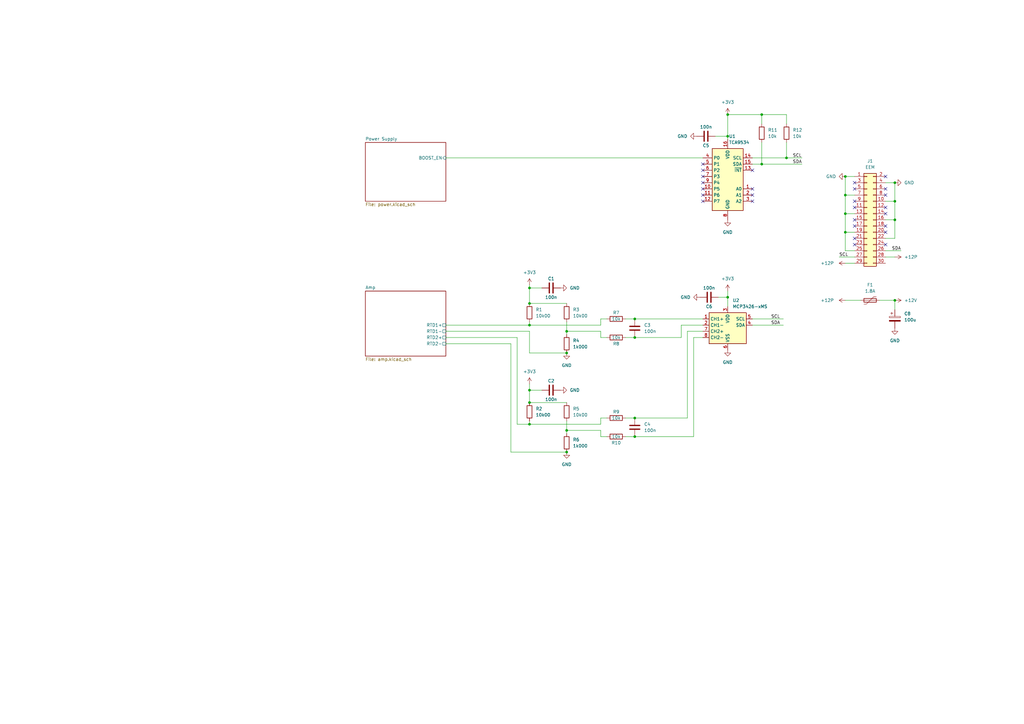
<source format=kicad_sch>
(kicad_sch (version 20211123) (generator eeschema)
  (paper "A3")
  (title_block (title "Usilitel") (date "2022-07-12") (rev "0.1") (company "M-Labs") (comment 1 "Wideband power amplifier") (comment 3 "a.k.a. topquark12") (comment 4 "Alex Wong Tat Hang"))
  (lib_symbols
    (symbol "Analog_ADC:MCP3426-xMS"
      (property "Reference" "U" (at -3.81 8.89 0))
      (property "Value" "MCP3426-xMS" (at 2.54 8.89 0))
      (symbol "MCP3426-xMS_0_1"
        (rectangle (start -7.62 7.62) (end 7.62 -5.08) (stroke (width 0.254)) (fill (type background)))
      )
      (symbol "MCP3426-xMS_1_1"
        (pin input line (at -10.16 5.08 0) (length 2.54) (name "CH1+") (number "1"))
        (pin input line (at -10.16 2.54 0) (length 2.54) (name "CH1-") (number "2"))
        (pin power_in line (at 0 10.16 270) (length 2.54) (name "VDD") (number "3"))
        (pin bidirectional line (at 10.16 2.54 180) (length 2.54) (name "SDA") (number "4"))
        (pin input line (at 10.16 5.08 180) (length 2.54) (name "SCL") (number "5"))
        (pin power_in line (at 0 -7.62 90) (length 2.54) (name "VSS") (number "6"))
        (pin input line (at -10.16 0 0) (length 2.54) (name "CH2+") (number "7"))
        (pin input line (at -10.16 -2.54 0) (length 2.54) (name "CH2-") (number "8"))
      )
    )
    (symbol "Connector_Generic:Conn_02x15_Odd_Even" (pin_names (offset 1.016) hide)
      (property "Reference" "J" (at 1.27 20.32 0))
      (property "Value" "Conn_02x15_Odd_Even" (at 1.27 -20.32 0))
      (symbol "Conn_02x15_Odd_Even_1_1"
        (rectangle (start -1.27 -17.653) (end 0 -17.907) (stroke (width 0.1524)))
        (rectangle (start -1.27 -15.113) (end 0 -15.367) (stroke (width 0.1524)))
        (rectangle (start -1.27 -12.573) (end 0 -12.827) (stroke (width 0.1524)))
        (rectangle (start -1.27 -10.033) (end 0 -10.287) (stroke (width 0.1524)))
        (rectangle (start -1.27 -7.493) (end 0 -7.747) (stroke (width 0.1524)))
        (rectangle (start -1.27 -4.953) (end 0 -5.207) (stroke (width 0.1524)))
        (rectangle (start -1.27 -2.413) (end 0 -2.667) (stroke (width 0.1524)))
        (rectangle (start -1.27 0.127) (end 0 -0.127) (stroke (width 0.1524)))
        (rectangle (start -1.27 2.667) (end 0 2.413) (stroke (width 0.1524)))
        (rectangle (start -1.27 5.207) (end 0 4.953) (stroke (width 0.1524)))
        (rectangle (start -1.27 7.747) (end 0 7.493) (stroke (width 0.1524)))
        (rectangle (start -1.27 10.287) (end 0 10.033) (stroke (width 0.1524)))
        (rectangle (start -1.27 12.827) (end 0 12.573) (stroke (width 0.1524)))
        (rectangle (start -1.27 15.367) (end 0 15.113) (stroke (width 0.1524)))
        (rectangle (start -1.27 17.907) (end 0 17.653) (stroke (width 0.1524)))
        (rectangle (start -1.27 19.05) (end 3.81 -19.05) (stroke (width 0.254)) (fill (type background)))
        (rectangle (start 3.81 -17.653) (end 2.54 -17.907) (stroke (width 0.1524)))
        (rectangle (start 3.81 -15.113) (end 2.54 -15.367) (stroke (width 0.1524)))
        (rectangle (start 3.81 -12.573) (end 2.54 -12.827) (stroke (width 0.1524)))
        (rectangle (start 3.81 -10.033) (end 2.54 -10.287) (stroke (width 0.1524)))
        (rectangle (start 3.81 -7.493) (end 2.54 -7.747) (stroke (width 0.1524)))
        (rectangle (start 3.81 -4.953) (end 2.54 -5.207) (stroke (width 0.1524)))
        (rectangle (start 3.81 -2.413) (end 2.54 -2.667) (stroke (width 0.1524)))
        (rectangle (start 3.81 0.127) (end 2.54 -0.127) (stroke (width 0.1524)))
        (rectangle (start 3.81 2.667) (end 2.54 2.413) (stroke (width 0.1524)))
        (rectangle (start 3.81 5.207) (end 2.54 4.953) (stroke (width 0.1524)))
        (rectangle (start 3.81 7.747) (end 2.54 7.493) (stroke (width 0.1524)))
        (rectangle (start 3.81 10.287) (end 2.54 10.033) (stroke (width 0.1524)))
        (rectangle (start 3.81 12.827) (end 2.54 12.573) (stroke (width 0.1524)))
        (rectangle (start 3.81 15.367) (end 2.54 15.113) (stroke (width 0.1524)))
        (rectangle (start 3.81 17.907) (end 2.54 17.653) (stroke (width 0.1524)))
        (pin passive line (at -5.08 17.78 0) (length 3.81) (name "Pin_1") (number "1"))
        (pin passive line (at 7.62 7.62 180) (length 3.81) (name "Pin_10") (number "10"))
        (pin passive line (at -5.08 5.08 0) (length 3.81) (name "Pin_11") (number "11"))
        (pin passive line (at 7.62 5.08 180) (length 3.81) (name "Pin_12") (number "12"))
        (pin passive line (at -5.08 2.54 0) (length 3.81) (name "Pin_13") (number "13"))
        (pin passive line (at 7.62 2.54 180) (length 3.81) (name "Pin_14") (number "14"))
        (pin passive line (at -5.08 0 0) (length 3.81) (name "Pin_15") (number "15"))
        (pin passive line (at 7.62 0 180) (length 3.81) (name "Pin_16") (number "16"))
        (pin passive line (at -5.08 -2.54 0) (length 3.81) (name "Pin_17") (number "17"))
        (pin passive line (at 7.62 -2.54 180) (length 3.81) (name "Pin_18") (number "18"))
        (pin passive line (at -5.08 -5.08 0) (length 3.81) (name "Pin_19") (number "19"))
        (pin passive line (at 7.62 17.78 180) (length 3.81) (name "Pin_2") (number "2"))
        (pin passive line (at 7.62 -5.08 180) (length 3.81) (name "Pin_20") (number "20"))
        (pin passive line (at -5.08 -7.62 0) (length 3.81) (name "Pin_21") (number "21"))
        (pin passive line (at 7.62 -7.62 180) (length 3.81) (name "Pin_22") (number "22"))
        (pin passive line (at -5.08 -10.16 0) (length 3.81) (name "Pin_23") (number "23"))
        (pin passive line (at 7.62 -10.16 180) (length 3.81) (name "Pin_24") (number "24"))
        (pin passive line (at -5.08 -12.7 0) (length 3.81) (name "Pin_25") (number "25"))
        (pin passive line (at 7.62 -12.7 180) (length 3.81) (name "Pin_26") (number "26"))
        (pin passive line (at -5.08 -15.24 0) (length 3.81) (name "Pin_27") (number "27"))
        (pin passive line (at 7.62 -15.24 180) (length 3.81) (name "Pin_28") (number "28"))
        (pin passive line (at -5.08 -17.78 0) (length 3.81) (name "Pin_29") (number "29"))
        (pin passive line (at -5.08 15.24 0) (length 3.81) (name "Pin_3") (number "3"))
        (pin passive line (at 7.62 -17.78 180) (length 3.81) (name "Pin_30") (number "30"))
        (pin passive line (at 7.62 15.24 180) (length 3.81) (name "Pin_4") (number "4"))
        (pin passive line (at -5.08 12.7 0) (length 3.81) (name "Pin_5") (number "5"))
        (pin passive line (at 7.62 12.7 180) (length 3.81) (name "Pin_6") (number "6"))
        (pin passive line (at -5.08 10.16 0) (length 3.81) (name "Pin_7") (number "7"))
        (pin passive line (at 7.62 10.16 180) (length 3.81) (name "Pin_8") (number "8"))
        (pin passive line (at -5.08 7.62 0) (length 3.81) (name "Pin_9") (number "9"))
      )
    )
    (symbol "Device:C" (pin_numbers hide) (pin_names (offset 0.254))
      (property "Reference" "C" (at 0.635 2.54 0))
      (property "Value" "C" (at 0.635 -2.54 0))
      (symbol "C_0_1"
        (polyline (pts (xy -2.032 -0.762) (xy 2.032 -0.762)) (stroke (width 0.508)))
        (polyline (pts (xy -2.032 0.762) (xy 2.032 0.762)) (stroke (width 0.508)))
      )
      (symbol "C_1_1"
        (pin passive line (at 0 3.81 270) (length 2.794) (name "~") (number "1"))
        (pin passive line (at 0 -3.81 90) (length 2.794) (name "~") (number "2"))
      )
    )
    (symbol "Device:C_Polarized" (pin_numbers hide) (pin_names (offset 0.254))
      (property "Reference" "C" (at 0.635 2.54 0))
      (property "Value" "C_Polarized" (at 0.635 -2.54 0))
      (symbol "C_Polarized_0_1"
        (rectangle (start -2.286 0.508) (end 2.286 1.016))
        (polyline (pts (xy -1.778 2.286) (xy -0.762 2.286)))
        (polyline (pts (xy -1.27 2.794) (xy -1.27 1.778)))
        (rectangle (start 2.286 -0.508) (end -2.286 -1.016) (fill (type outline)))
      )
      (symbol "C_Polarized_1_1"
        (pin passive line (at 0 3.81 270) (length 2.794) (name "~") (number "1"))
        (pin passive line (at 0 -3.81 90) (length 2.794) (name "~") (number "2"))
      )
    )
    (symbol "Device:Polyfuse" (pin_numbers hide) (pin_names (offset 0))
      (property "Reference" "F" (at -2.54 0 90))
      (property "Value" "Polyfuse" (at 2.54 0 90))
      (symbol "Polyfuse_0_1"
        (rectangle (start -0.762 2.54) (end 0.762 -2.54) (stroke (width 0.254)))
        (polyline (pts (xy 0 2.54) (xy 0 -2.54)))
        (polyline (pts (xy -1.524 2.54) (xy -1.524 1.524) (xy 1.524 -1.524) (xy 1.524 -2.54)))
      )
      (symbol "Polyfuse_1_1"
        (pin passive line (at 0 3.81 270) (length 1.27) (name "~") (number "1"))
        (pin passive line (at 0 -3.81 90) (length 1.27) (name "~") (number "2"))
      )
    )
    (symbol "Device:R" (pin_numbers hide) (pin_names (offset 0))
      (property "Reference" "R" (at 2.032 0 90))
      (property "Value" "R" (at 0 0 90))
      (symbol "R_0_1"
        (rectangle (start -1.016 -2.54) (end 1.016 2.54) (stroke (width 0.254)))
      )
      (symbol "R_1_1"
        (pin passive line (at 0 3.81 270) (length 1.27) (name "~") (number "1"))
        (pin passive line (at 0 -3.81 90) (length 1.27) (name "~") (number "2"))
      )
    )
    (symbol "Interface_Expansion:TCA9534"
      (property "Reference" "U" (at -6.35 12.7 0))
      (property "Value" "TCA9534" (at 2.54 12.7 0))
      (symbol "TCA9534_0_1"
        (rectangle (start -6.35 -13.97) (end 6.35 11.43) (stroke (width 0.254)) (fill (type background)))
      )
      (symbol "TCA9534_1_1"
        (pin input line (at -10.16 -5.08 0) (length 3.81) (name "A0") (number "1"))
        (pin bidirectional line (at 10.16 -5.08 180) (length 3.81) (name "P5") (number "10"))
        (pin bidirectional line (at 10.16 -7.62 180) (length 3.81) (name "P6") (number "11"))
        (pin bidirectional line (at 10.16 -10.16 180) (length 3.81) (name "P7") (number "12"))
        (pin open_collector line (at -10.16 2.54 0) (length 3.81) (name "~{INT}") (number "13"))
        (pin input line (at -10.16 7.62 0) (length 3.81) (name "SCL") (number "14"))
        (pin bidirectional line (at -10.16 5.08 0) (length 3.81) (name "SDA") (number "15"))
        (pin power_in line (at 0 15.24 270) (length 3.81) (name "VDD") (number "16"))
        (pin input line (at -10.16 -7.62 0) (length 3.81) (name "A1") (number "2"))
        (pin input line (at -10.16 -10.16 0) (length 3.81) (name "A2") (number "3"))
        (pin bidirectional line (at 10.16 7.62 180) (length 3.81) (name "P0") (number "4"))
        (pin bidirectional line (at 10.16 5.08 180) (length 3.81) (name "P1") (number "5"))
        (pin bidirectional line (at 10.16 2.54 180) (length 3.81) (name "P2") (number "6"))
        (pin bidirectional line (at 10.16 0 180) (length 3.81) (name "P3") (number "7"))
        (pin power_in line (at 0 -17.78 90) (length 3.81) (name "GND") (number "8"))
        (pin bidirectional line (at 10.16 -2.54 180) (length 3.81) (name "P4") (number "9"))
      )
    )
    (symbol "power:+12P" (power) (pin_names (offset 0))
      (property "Value" "+12P" (at 0 3.556 0))
      (symbol "+12P_0_1"
        (polyline (pts (xy -0.762 1.27) (xy 0 2.54)))
        (polyline (pts (xy 0 0) (xy 0 2.54)))
        (polyline (pts (xy 0 2.54) (xy 0.762 1.27)))
      )
      (symbol "+12P_1_1"
        (pin power_in line (at 0 0 90) (length 0) hide (name "+12P") (number "1"))
      )
    )
    (symbol "power:+12V" (power) (pin_names (offset 0))
      (property "Value" "+12V" (at 0 3.556 0))
      (symbol "+12V_0_1"
        (polyline (pts (xy -0.762 1.27) (xy 0 2.54)))
        (polyline (pts (xy 0 0) (xy 0 2.54)))
        (polyline (pts (xy 0 2.54) (xy 0.762 1.27)))
      )
      (symbol "+12V_1_1"
        (pin power_in line (at 0 0 90) (length 0) hide (name "+12V") (number "1"))
      )
    )
    (symbol "power:+3V3" (power) (pin_names (offset 0))
      (property "Value" "+3V3" (at 0 3.556 0))
      (symbol "+3V3_0_1"
        (polyline (pts (xy -0.762 1.27) (xy 0 2.54)))
        (polyline (pts (xy 0 0) (xy 0 2.54)))
        (polyline (pts (xy 0 2.54) (xy 0.762 1.27)))
      )
      (symbol "+3V3_1_1"
        (pin power_in line (at 0 0 90) (length 0) hide (name "+3V3") (number "1"))
      )
    )
    (symbol "power:GND" (power) (pin_names (offset 0))
      (property "Value" "GND" (at 0 -3.81 0))
      (symbol "GND_0_1"
        (polyline (pts (xy 0 0) (xy 0 -1.27) (xy 1.27 -1.27) (xy 0 -2.54) (xy -1.27 -1.27) (xy 0 -1.27)))
      )
      (symbol "GND_1_1"
        (pin power_in line (at 0 0 270) (length 0) hide (name "GND") (number "1"))
      )
    )
  )
  (junction (at 217.17 118.11))
  (junction (at 217.17 133.35))
  (junction (at 298.45 46.99))
  (junction (at 322.58 64.77))
  (junction (at 260.35 130.81))
  (junction (at 260.35 171.45))
  (junction (at 367.03 74.93))
  (junction (at 346.71 87.63))
  (junction (at 298.45 55.88))
  (junction (at 346.71 95.25))
  (junction (at 217.17 173.99))
  (junction (at 312.42 67.31))
  (junction (at 232.41 144.78))
  (junction (at 217.17 160.02))
  (junction (at 232.41 135.89))
  (junction (at 346.71 80.01))
  (junction (at 217.17 165.1))
  (junction (at 312.42 46.99))
  (junction (at 232.41 176.53))
  (junction (at 367.03 123.19))
  (junction (at 232.41 185.42))
  (junction (at 367.03 82.55))
  (junction (at 217.17 124.46))
  (junction (at 260.35 179.07))
  (junction (at 260.35 138.43))
  (junction (at 298.45 121.92))
  (junction (at 346.71 72.39))
  (junction (at 367.03 90.17))
  (no_connect (at 363.22 80.01))
  (no_connect (at 350.52 82.55))
  (no_connect (at 350.52 90.17))
  (no_connect (at 350.52 92.71))
  (no_connect (at 350.52 97.79))
  (no_connect (at 350.52 100.33))
  (no_connect (at 350.52 74.93))
  (no_connect (at 350.52 77.47))
  (no_connect (at 363.22 72.39))
  (no_connect (at 363.22 77.47))
  (no_connect (at 350.52 85.09))
  (no_connect (at 363.22 87.63))
  (no_connect (at 363.22 85.09))
  (no_connect (at 363.22 95.25))
  (no_connect (at 363.22 92.71))
  (no_connect (at 363.22 100.33))
  (no_connect (at 308.61 77.47))
  (no_connect (at 308.61 80.01))
  (no_connect (at 308.61 82.55))
  (no_connect (at 308.61 69.85))
  (no_connect (at 288.29 74.93))
  (no_connect (at 288.29 77.47))
  (no_connect (at 288.29 80.01))
  (no_connect (at 288.29 82.55))
  (no_connect (at 288.29 72.39))
  (no_connect (at 288.29 69.85))
  (no_connect (at 288.29 67.31))
  (wire (pts (xy 363.22 90.17) (xy 367.03 90.17)))
  (wire (pts (xy 312.42 58.42) (xy 312.42 67.31)))
  (wire (pts (xy 293.37 55.88) (xy 298.45 55.88)))
  (wire (pts (xy 312.42 67.31) (xy 328.93 67.31)))
  (wire (pts (xy 246.38 133.35) (xy 217.17 133.35)))
  (wire (pts (xy 217.17 160.02) (xy 222.25 160.02)))
  (wire (pts (xy 246.38 138.43) (xy 248.92 138.43)))
  (wire (pts (xy 217.17 157.48) (xy 217.17 160.02)))
  (wire (pts (xy 217.17 118.11) (xy 222.25 118.11)))
  (wire (pts (xy 217.17 135.89) (xy 217.17 144.78)))
  (wire (pts (xy 346.71 107.95) (xy 350.52 107.95)))
  (wire (pts (xy 308.61 130.81) (xy 321.31 130.81)))
  (wire (pts (xy 246.38 171.45) (xy 248.92 171.45)))
  (wire (pts (xy 279.4 138.43) (xy 279.4 133.35)))
  (wire (pts (xy 298.45 55.88) (xy 298.45 57.15)))
  (wire (pts (xy 212.09 138.43) (xy 212.09 173.99)))
  (wire (pts (xy 246.38 179.07) (xy 248.92 179.07)))
  (wire (pts (xy 346.71 72.39) (xy 350.52 72.39)))
  (wire (pts (xy 246.38 135.89) (xy 246.38 138.43)))
  (wire (pts (xy 246.38 171.45) (xy 246.38 173.99)))
  (wire (pts (xy 217.17 133.35) (xy 217.17 132.08)))
  (wire (pts (xy 246.38 176.53) (xy 246.38 179.07)))
  (wire (pts (xy 260.35 171.45) (xy 281.94 171.45)))
  (wire (pts (xy 346.71 80.01) (xy 346.71 72.39)))
  (wire (pts (xy 312.42 46.99) (xy 322.58 46.99)))
  (wire (pts (xy 298.45 121.92) (xy 298.45 125.73)))
  (wire (pts (xy 182.88 138.43) (xy 212.09 138.43)))
  (wire (pts (xy 260.35 138.43) (xy 279.4 138.43)))
  (wire (pts (xy 232.41 135.89) (xy 246.38 135.89)))
  (wire (pts (xy 346.71 102.87) (xy 346.71 95.25)))
  (wire (pts (xy 350.52 102.87) (xy 346.71 102.87)))
  (wire (pts (xy 256.54 171.45) (xy 260.35 171.45)))
  (wire (pts (xy 346.71 87.63) (xy 346.71 80.01)))
  (wire (pts (xy 256.54 179.07) (xy 260.35 179.07)))
  (wire (pts (xy 217.17 173.99) (xy 217.17 172.72)))
  (wire (pts (xy 212.09 173.99) (xy 217.17 173.99)))
  (wire (pts (xy 279.4 133.35) (xy 288.29 133.35)))
  (wire (pts (xy 346.71 95.25) (xy 346.71 87.63)))
  (wire (pts (xy 298.45 46.99) (xy 312.42 46.99)))
  (wire (pts (xy 284.48 138.43) (xy 288.29 138.43)))
  (wire (pts (xy 363.22 82.55) (xy 367.03 82.55)))
  (wire (pts (xy 308.61 64.77) (xy 322.58 64.77)))
  (wire (pts (xy 298.45 46.99) (xy 298.45 55.88)))
  (wire (pts (xy 256.54 138.43) (xy 260.35 138.43)))
  (wire (pts (xy 246.38 130.81) (xy 248.92 130.81)))
  (wire (pts (xy 350.52 95.25) (xy 346.71 95.25)))
  (wire (pts (xy 367.03 82.55) (xy 367.03 74.93)))
  (wire (pts (xy 322.58 64.77) (xy 328.93 64.77)))
  (wire (pts (xy 182.88 133.35) (xy 217.17 133.35)))
  (wire (pts (xy 360.68 123.19) (xy 367.03 123.19)))
  (wire (pts (xy 308.61 133.35) (xy 321.31 133.35)))
  (wire (pts (xy 232.41 176.53) (xy 246.38 176.53)))
  (wire (pts (xy 308.61 67.31) (xy 312.42 67.31)))
  (wire (pts (xy 182.88 140.97) (xy 209.55 140.97)))
  (wire (pts (xy 217.17 165.1) (xy 232.41 165.1)))
  (wire (pts (xy 281.94 171.45) (xy 281.94 135.89)))
  (wire (pts (xy 281.94 135.89) (xy 288.29 135.89)))
  (wire (pts (xy 256.54 130.81) (xy 260.35 130.81)))
  (wire (pts (xy 298.45 119.38) (xy 298.45 121.92)))
  (wire (pts (xy 217.17 118.11) (xy 217.17 124.46)))
  (wire (pts (xy 232.41 135.89) (xy 232.41 137.16)))
  (wire (pts (xy 363.22 74.93) (xy 367.03 74.93)))
  (wire (pts (xy 246.38 130.81) (xy 246.38 133.35)))
  (wire (pts (xy 350.52 80.01) (xy 346.71 80.01)))
  (wire (pts (xy 363.22 97.79) (xy 367.03 97.79)))
  (wire (pts (xy 209.55 185.42) (xy 232.41 185.42)))
  (wire (pts (xy 260.35 179.07) (xy 284.48 179.07)))
  (wire (pts (xy 260.35 130.81) (xy 288.29 130.81)))
  (wire (pts (xy 312.42 46.99) (xy 312.42 50.8)))
  (wire (pts (xy 294.64 121.92) (xy 298.45 121.92)))
  (wire (pts (xy 246.38 173.99) (xy 217.17 173.99)))
  (wire (pts (xy 344.17 105.41) (xy 350.52 105.41)))
  (wire (pts (xy 232.41 172.72) (xy 232.41 176.53)))
  (wire (pts (xy 363.22 102.87) (xy 369.57 102.87)))
  (wire (pts (xy 217.17 160.02) (xy 217.17 165.1)))
  (wire (pts (xy 350.52 87.63) (xy 346.71 87.63)))
  (wire (pts (xy 322.58 58.42) (xy 322.58 64.77)))
  (wire (pts (xy 363.22 105.41) (xy 367.03 105.41)))
  (wire (pts (xy 209.55 140.97) (xy 209.55 185.42)))
  (wire (pts (xy 182.88 135.89) (xy 217.17 135.89)))
  (wire (pts (xy 284.48 179.07) (xy 284.48 138.43)))
  (wire (pts (xy 232.41 132.08) (xy 232.41 135.89)))
  (wire (pts (xy 182.88 64.77) (xy 288.29 64.77)))
  (wire (pts (xy 367.03 97.79) (xy 367.03 90.17)))
  (wire (pts (xy 367.03 90.17) (xy 367.03 82.55)))
  (wire (pts (xy 232.41 176.53) (xy 232.41 177.8)))
  (wire (pts (xy 217.17 124.46) (xy 232.41 124.46)))
  (wire (pts (xy 367.03 123.19) (xy 367.03 127)))
  (wire (pts (xy 217.17 144.78) (xy 232.41 144.78)))
  (wire (pts (xy 322.58 46.99) (xy 322.58 50.8)))
  (wire (pts (xy 346.71 123.19) (xy 353.06 123.19)))
  (wire (pts (xy 217.17 116.84) (xy 217.17 118.11)))
  (label "SDA" (at 316.23 133.35 0))
  (label "SDA" (at 365.76 102.87 0))
  (label "SCL" (at 325.12 64.77 0))
  (label "SCL" (at 344.17 105.41 0))
  (label "SDA" (at 325.12 67.31 0))
  (label "SCL" (at 316.23 130.81 0))
  (symbol (lib_id "Device:C") (at 289.56 55.88 90) (unit 1)
    (property "Reference" "C5" (at 289.56 59.69 90))
    (property "Value" "100n" (at 289.56 52.07 90))
    (property "Footprint" "Capacitor_SMD:C_0603_1608Metric" (effects hide))
    (property "MFR_PN" "CL10B104KB8NNNL" (effects hide))
    (property "MFR_PN_ALT" "CL10B104KB8NNWC" (effects hide))
  )
  (symbol (lib_id "power:GND") (at 287.02 121.92 270) (unit 1)
    (property "Reference" "#PWR08" (effects hide))
    (property "Value" "GND" (at 283.21 121.9199 90) (effects (justify right)))
  )
  (symbol (lib_id "power:+12P") (at 367.03 105.41 270) (unit 1)
    (property "Reference" "#PWR020" (effects hide))
    (property "Value" "+12P" (at 370.84 105.4099 90) (effects (justify left)))
  )
  (symbol (lib_id "Connector_Generic:Conn_02x15_Odd_Even") (at 355.6 90.17 0) (unit 1)
    (property "Reference" "J1" (at 356.87 66.04 0))
    (property "Value" "EEM" (at 356.87 68.58 0))
    (property "Footprint" "Connector_IDC:IDC-Header_2x15_P2.54mm_Vertical" (effects hide))
    (property "MFR_PN" "N2530-6V0C-RB-WF" (effects hide))
    (property "MFR_PN_ALT" "N2530-6002-RB" (effects hide))
  )
  (symbol (lib_id "Device:Polyfuse") (at 356.87 123.19 90) (unit 1)
    (property "Reference" "F1" (at 356.87 116.84 90))
    (property "Value" "1.8A" (at 356.87 119.38 90))
    (property "Footprint" "Fuse:Fuse_Bourns_MF-SM_9.5x6.71mm" (effects hide))
    (property "MFR_PN" "MF-SM185/33-2" (effects hide))
    (property "MFR_PN_ALT" "SMD185F-2" (effects hide))
  )
  (symbol (lib_id "Device:R") (at 252.73 138.43 90) (unit 1)
    (property "Reference" "R8" (at 252.73 140.97 90))
    (property "Value" "10k" (at 252.73 138.43 90))
    (property "Footprint" "Resistor_SMD:R_0603_1608Metric" (effects hide))
    (property "MFR_PN" "RNCP0603FTD10K0" (effects hide))
    (property "MFR_PN_ALT" "MCT06030C1002FP500" (effects hide))
  )
  (symbol (lib_id "Device:C") (at 226.06 118.11 270) (unit 1)
    (property "Reference" "C1" (at 226.06 114.3 90))
    (property "Value" "100n" (at 226.06 121.92 90))
    (property "Footprint" "Capacitor_SMD:C_0603_1608Metric" (effects hide))
    (property "MFR_PN" "CL10B104KB8NNNL" (effects hide))
    (property "MFR_PN_ALT" "CL10B104KB8NNWC" (effects hide))
  )
  (symbol (lib_id "power:GND") (at 367.03 134.62 0) (unit 1)
    (property "Reference" "#PWR022" (effects hide))
    (property "Value" "GND" (at 367.03 139.7 0))
  )
  (symbol (lib_id "power:+3V3") (at 217.17 116.84 0) (unit 1)
    (property "Reference" "#PWR01" (effects hide))
    (property "Value" "+3V3" (at 217.17 111.76 0))
  )
  (symbol (lib_id "power:GND") (at 298.45 90.17 0) (unit 1)
    (property "Reference" "#PWR010" (effects hide))
    (property "Value" "GND" (at 298.45 95.25 0))
  )
  (symbol (lib_id "Device:C_Polarized") (at 367.03 130.81 0) (unit 1)
    (property "Reference" "C8" (at 370.84 128.6509 0) (effects (justify left)))
    (property "Value" "100u" (at 370.84 131.1909 0) (effects (justify left)))
    (property "Footprint" "Capacitor_Tantalum_SMD:CP_EIA-7343-30_AVX-N" (effects hide))
    (property "MFR_PN" "TCJD107M025R0055" (effects hide))
    (property "MFR_PN_ALT" "TCJD107M025R0055E" (effects hide))
  )
  (symbol (lib_id "Device:C") (at 260.35 175.26 0) (unit 1)
    (property "Reference" "C4" (at 264.16 173.9899 0) (effects (justify left)))
    (property "Value" "100n" (at 264.16 176.5299 0) (effects (justify left)))
    (property "Footprint" "Capacitor_SMD:C_0603_1608Metric" (effects hide))
    (property "MFR_PN" "CL10B104KB8NNNL" (effects hide))
    (property "MFR_PN_ALT" "CL10B104KB8NNWC" (effects hide))
  )
  (symbol (lib_id "power:GND") (at 229.87 160.02 90) (unit 1)
    (property "Reference" "#PWR04" (effects hide))
    (property "Value" "GND" (at 233.68 160.0201 90) (effects (justify right)))
  )
  (symbol (lib_id "power:+12P") (at 346.71 123.19 90) (unit 1)
    (property "Reference" "#PWR016" (effects hide))
    (property "Value" "+12P" (at 336.55 123.19 90) (effects (justify right)))
  )
  (symbol (lib_id "Device:R") (at 252.73 171.45 90) (unit 1)
    (property "Reference" "R9" (at 252.73 168.91 90))
    (property "Value" "10k" (at 252.73 171.45 90))
    (property "Footprint" "Resistor_SMD:R_0603_1608Metric" (effects hide))
    (property "MFR_PN" "RNCP0603FTD10K0" (effects hide))
    (property "MFR_PN_ALT" "MCT06030C1002FP500" (effects hide))
  )
  (symbol (lib_id "Interface_Expansion:TCA9534") (at 298.45 72.39 0) (mirror y) (unit 1)
    (property "Reference" "U1" (at 298.9706 55.88 0) (effects (justify right)))
    (property "Value" "TCA9534" (at 298.9706 58.42 0) (effects (justify right)))
    (property "Footprint" "Package_SO:SOIC-16W_7.5x10.3mm_P1.27mm" (effects hide))
    (property "Datasheet" "http://www.ti.com/lit/ds/symlink/tca9534.pdf" (effects hide))
    (property "MFR_PN" "TCA9534DWT" (effects hide))
    (property "MFR_PN_ALT" "TCA9534DWR" (effects hide))
  )
  (symbol (lib_id "Device:R") (at 312.42 54.61 0) (unit 1)
    (property "Reference" "R11" (at 314.96 53.3399 0) (effects (justify left)))
    (property "Value" "10k" (at 314.96 55.8799 0) (effects (justify left)))
    (property "Footprint" "Resistor_SMD:R_0603_1608Metric" (effects hide))
    (property "MFR_PN" "RNCP0603FTD10K0" (effects hide))
    (property "MFR_PN_ALT" "MCT06030C1002FP500" (effects hide))
  )
  (symbol (lib_id "Device:R") (at 217.17 128.27 0) (unit 1)
    (property "Reference" "R1" (at 219.71 126.9999 0) (effects (justify left)))
    (property "Value" "10k00" (at 219.71 129.5399 0) (effects (justify left)))
    (property "Footprint" "Resistor_SMD:R_0603_1608Metric" (effects hide))
    (property "MFR_PN" "CRT0603-BY-1002ELF" (effects hide))
    (property "MFR_PN_ALT" "RN73H1JTTD1002B25" (effects hide))
  )
  (symbol (lib_id "Device:R") (at 232.41 181.61 0) (unit 1)
    (property "Reference" "R6" (at 234.95 180.3399 0) (effects (justify left)))
    (property "Value" "1k000" (at 234.95 182.8799 0) (effects (justify left)))
    (property "Footprint" "Resistor_SMD:R_0603_1608Metric" (effects hide))
    (property "MFR_PN" "RT0603BRD071KL" (effects hide))
    (property "MFR_PN_ALT" "TNPW06031K00BEEA" (effects hide))
  )
  (symbol (lib_id "Device:R") (at 232.41 128.27 0) (unit 1)
    (property "Reference" "R3" (at 234.95 126.9999 0) (effects (justify left)))
    (property "Value" "10k00" (at 234.95 129.5399 0) (effects (justify left)))
    (property "Footprint" "Resistor_SMD:R_0603_1608Metric" (effects hide))
    (property "MFR_PN" "CRT0603-BY-1002ELF" (effects hide))
    (property "MFR_PN_ALT" "RN73H1JTTD1002B25" (effects hide))
  )
  (symbol (lib_id "power:+3V3") (at 298.45 46.99 0) (unit 1)
    (property "Reference" "#PWR09" (effects hide))
    (property "Value" "+3V3" (at 298.45 41.91 0))
  )
  (symbol (lib_id "power:GND") (at 229.87 118.11 90) (unit 1)
    (property "Reference" "#PWR03" (effects hide))
    (property "Value" "GND" (at 233.68 118.1101 90) (effects (justify right)))
  )
  (symbol (lib_id "Device:C") (at 226.06 160.02 270) (unit 1)
    (property "Reference" "C2" (at 226.06 156.21 90))
    (property "Value" "100n" (at 226.06 163.83 90))
    (property "Footprint" "Capacitor_SMD:C_0603_1608Metric" (effects hide))
    (property "MFR_PN" "CL10B104KB8NNNL" (effects hide))
    (property "MFR_PN_ALT" "CL10B104KB8NNWC" (effects hide))
  )
  (symbol (lib_id "power:GND") (at 232.41 144.78 0) (unit 1)
    (property "Reference" "#PWR05" (effects hide))
    (property "Value" "GND" (at 232.41 149.86 0))
  )
  (symbol (lib_id "Device:R") (at 232.41 140.97 0) (unit 1)
    (property "Reference" "R4" (at 234.95 139.6999 0) (effects (justify left)))
    (property "Value" "1k000" (at 234.95 142.2399 0) (effects (justify left)))
    (property "Footprint" "Resistor_SMD:R_0603_1608Metric" (effects hide))
    (property "MFR_PN" "RT0603BRD071KL" (effects hide))
    (property "MFR_PN_ALT" "TNPW06031K00BEEA" (effects hide))
  )
  (symbol (lib_id "power:GND") (at 367.03 74.93 90) (unit 1)
    (property "Reference" "#PWR019" (effects hide))
    (property "Value" "GND" (at 370.84 74.9299 90) (effects (justify right)))
  )
  (symbol (lib_id "power:GND") (at 298.45 143.51 0) (unit 1)
    (property "Reference" "#PWR012" (effects hide))
    (property "Value" "GND" (at 298.45 148.59 0))
  )
  (symbol (lib_id "power:+3V3") (at 217.17 157.48 0) (unit 1)
    (property "Reference" "#PWR02" (effects hide))
    (property "Value" "+3V3" (at 217.17 152.4 0))
  )
  (symbol (lib_id "power:GND") (at 232.41 185.42 0) (unit 1)
    (property "Reference" "#PWR06" (effects hide))
    (property "Value" "GND" (at 232.41 190.5 0))
  )
  (symbol (lib_id "Device:R") (at 232.41 168.91 0) (unit 1)
    (property "Reference" "R5" (at 234.95 167.6399 0) (effects (justify left)))
    (property "Value" "10k00" (at 234.95 170.1799 0) (effects (justify left)))
    (property "Footprint" "Resistor_SMD:R_0603_1608Metric" (effects hide))
    (property "MFR_PN" "CRT0603-BY-1002ELF" (effects hide))
    (property "MFR_PN_ALT" "RN73H1JTTD1002B25" (effects hide))
  )
  (symbol (lib_id "Device:R") (at 322.58 54.61 0) (unit 1)
    (property "Reference" "R12" (at 325.12 53.3399 0) (effects (justify left)))
    (property "Value" "10k" (at 325.12 55.8799 0) (effects (justify left)))
    (property "Footprint" "Resistor_SMD:R_0603_1608Metric" (effects hide))
    (property "MFR_PN" "RNCP0603FTD10K0" (effects hide))
    (property "MFR_PN_ALT" "MCT06030C1002FP500" (effects hide))
  )
  (symbol (lib_id "power:+12V") (at 367.03 123.19 270) (unit 1)
    (property "Reference" "#PWR021" (effects hide))
    (property "Value" "+12V" (at 370.84 123.1899 90) (effects (justify left)))
  )
  (symbol (lib_id "Device:C") (at 260.35 134.62 0) (unit 1)
    (property "Reference" "C3" (at 264.16 133.3499 0) (effects (justify left)))
    (property "Value" "100n" (at 264.16 135.8899 0) (effects (justify left)))
    (property "Footprint" "Capacitor_SMD:C_0603_1608Metric" (effects hide))
    (property "MFR_PN" "CL10B104KB8NNNL" (effects hide))
    (property "MFR_PN_ALT" "CL10B104KB8NNWC" (effects hide))
  )
  (symbol (lib_id "Analog_ADC:MCP3426-xMS") (at 298.45 135.89 0) (unit 1)
    (property "Reference" "U2" (at 300.4694 123.19 0) (effects (justify left)))
    (property "Value" "MCP3426-xMS" (at 300.4694 125.73 0) (effects (justify left)))
    (property "Footprint" "Package_SO:MSOP-8_3x3mm_P0.65mm" (effects hide))
    (property "Datasheet" "http://ww1.microchip.com/downloads/en/DeviceDoc/22226a.pdf" (effects hide))
    (property "MFR_PN" "MCP3426A0T-E/MS" (effects hide))
    (property "MFR_PN_ALT" "MCP3426A0-E/MS" (effects hide))
  )
  (symbol (lib_id "Device:C") (at 290.83 121.92 90) (unit 1)
    (property "Reference" "C6" (at 290.83 125.73 90))
    (property "Value" "100n" (at 290.83 118.11 90))
    (property "Footprint" "Capacitor_SMD:C_0603_1608Metric" (effects hide))
    (property "MFR_PN" "CL10B104KB8NNNL" (effects hide))
    (property "MFR_PN_ALT" "CL10B104KB8NNWC" (effects hide))
  )
  (symbol (lib_id "Device:R") (at 252.73 179.07 90) (unit 1)
    (property "Reference" "R10" (at 252.73 181.61 90))
    (property "Value" "10k" (at 252.73 179.07 90))
    (property "Footprint" "Resistor_SMD:R_0603_1608Metric" (effects hide))
    (property "MFR_PN" "RNCP0603FTD10K0" (effects hide))
    (property "MFR_PN_ALT" "MCT06030C1002FP500" (effects hide))
  )
  (symbol (lib_id "power:GND") (at 285.75 55.88 270) (unit 1)
    (property "Reference" "#PWR07" (effects hide))
    (property "Value" "GND" (at 281.94 55.8799 90) (effects (justify right)))
  )
  (symbol (lib_id "Device:R") (at 252.73 130.81 90) (unit 1)
    (property "Reference" "R7" (at 252.73 128.27 90))
    (property "Value" "10k" (at 252.73 130.81 90))
    (property "Footprint" "Resistor_SMD:R_0603_1608Metric" (effects hide))
    (property "MFR_PN" "RNCP0603FTD10K0" (effects hide))
    (property "MFR_PN_ALT" "MCT06030C1002FP500" (effects hide))
  )
  (symbol (lib_id "power:+12P") (at 346.71 107.95 90) (unit 1)
    (property "Reference" "#PWR015" (effects hide))
    (property "Value" "+12P" (at 336.55 107.95 90) (effects (justify right)))
  )
  (symbol (lib_id "power:GND") (at 346.71 72.39 270) (unit 1)
    (property "Reference" "#PWR014" (effects hide))
    (property "Value" "GND" (at 342.9 72.3899 90) (effects (justify right)))
  )
  (symbol (lib_id "Device:R") (at 217.17 168.91 0) (unit 1)
    (property "Reference" "R2" (at 219.71 167.6399 0) (effects (justify left)))
    (property "Value" "10k00" (at 219.71 170.1799 0) (effects (justify left)))
    (property "Footprint" "Resistor_SMD:R_0603_1608Metric" (effects hide))
    (property "MFR_PN" "CRT0603-BY-1002ELF" (effects hide))
    (property "MFR_PN_ALT" "RN73H1JTTD1002B25" (effects hide))
  )
  (symbol (lib_id "power:+3V3") (at 298.45 119.38 0) (unit 1)
    (property "Reference" "#PWR011" (effects hide))
    (property "Value" "+3V3" (at 298.45 114.3 0))
  )
  (sheet (at 149.86 119.38) (size 33.02 26.67) (stroke (width 0.1524))
    (property "Sheet name" "Amp" (at 149.86 118.6684 0) (effects (justify left bottom)))
    (property "Sheet file" "amp.kicad_sch" (at 149.86 146.6346 0) (effects (justify left top)))
    (pin "RTD2+" passive (at 182.88 138.43 0))
    (pin "RTD2-" passive (at 182.88 140.97 0))
    (pin "RTD1+" passive (at 182.88 133.35 0))
    (pin "RTD1-" passive (at 182.88 135.89 0))
  )
  (sheet (at 149.86 58.42) (size 33.02 24.13) (stroke (width 0.1524))
    (property "Sheet name" "Power Supply" (at 149.86 57.7084 0) (effects (justify left bottom)))
    (property "Sheet file" "power.kicad_sch" (at 149.86 83.1346 0) (effects (justify left top)))
    (pin "BOOST_EN" input (at 182.88 64.77 0))
  )
)
</source>
